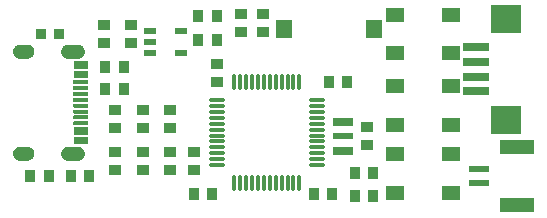
<source format=gtp>
8ebc24da6004435dabba0e82d969f979G04 Layer: TopLayer*
G04 EasyEDA v6.5.9, 2022-08-01 21:18:00*
G04 ac5e******************************************aa,10*
G04 Gerber Generator version 0.2*
G04 Scale: 100 percent, Rotated: No, Reflected: No *
G04 Dimensions in millimeters *
G04 leading zeros omitted , absolute positions ,4 integer and 5 decimal *
G04*
G04 #@! TF.GenerationSoftware,Altium Limited,Altium Designer,20.2.6 (244)*
G04*
G04 Layer_Color=8421504*
%FSLAX25Y25*%
%MOIN*%
G70*
G04*
G04 #@! TF.SameCoordinates,744AB118-50EF-4DE2-90F7-856F24CC491D*
G04*
G04*
G04 #@! TF.FilePolarity,Positive*
G04*
G01*
G75*
%ADD16R,0.03661X0.03858*%
%ADD17R,0.06690X0.02560*%
%ADD18R,0.06690X0.01970*%
%ADD19R,0.06299X0.04724*%
%ADD20R,0.03858X0.03661*%
%ADD21R,0.09840X0.09250*%
%ADD22R,0.08660X0.03150*%
%ADD23O,0.05906X0.01063*%
%ADD24O,0.01063X0.05906*%
%ADD25R,0.05118X0.01181*%
%ADD26R,0.03175X0.03402*%
%ADD27R,0.06690X0.02360*%
%ADD28R,0.11420X0.05120*%
%ADD29R,0.05512X0.05906*%
%ADD30R,0.03937X0.02362*%
G36*
X370747Y302893D02*
X365668D01*
Y304074D01*
X370747D01*
Y302893D01*
D02*
G37*
G36*
Y300925D02*
X365668D01*
Y302106D01*
X370747D01*
Y300925D01*
D02*
G37*
G36*
Y298956D02*
X365668D01*
Y300137D01*
X370747D01*
Y298956D01*
D02*
G37*
G36*
X370747Y296989D02*
X365668D01*
Y298170D01*
X370747D01*
Y296989D01*
D02*
G37*
G36*
X370747Y295019D02*
X365668D01*
Y296200D01*
X370747D01*
Y295019D01*
D02*
G37*
G36*
X370549Y292066D02*
X365864D01*
Y294035D01*
X370549D01*
Y292066D01*
D02*
G37*
G36*
X370550Y288916D02*
X365865D01*
Y290885D01*
X370550D01*
Y288916D01*
D02*
G37*
G36*
X367341Y287851D02*
X367459Y287842D01*
X367576Y287828D01*
X367692Y287807D01*
X367807Y287781D01*
X367920Y287749D01*
X368032Y287712D01*
X368141Y287669D01*
X368249Y287620D01*
X368354Y287566D01*
X368456Y287508D01*
X368554Y287444D01*
X368650Y287375D01*
X368742Y287302D01*
X368830Y287224D01*
X368915Y287141D01*
X368995Y287055D01*
X369071Y286965D01*
X369142Y286871D01*
X369208Y286774D01*
X369269Y286673D01*
X369326Y286570D01*
X369377Y286463D01*
X369423Y286355D01*
X369463Y286244D01*
X369498Y286132D01*
X369527Y286018D01*
X369550Y285902D01*
X369568Y285786D01*
X369579Y285668D01*
X369585Y285551D01*
Y285433D01*
X369579Y285315D01*
X369568Y285198D01*
X369550Y285082D01*
X369527Y284966D01*
X369498Y284852D01*
X369463Y284740D01*
X369423Y284629D01*
X369377Y284521D01*
X369326Y284414D01*
X369269Y284311D01*
X369208Y284210D01*
X369142Y284113D01*
X369071Y284019D01*
X368995Y283929D01*
X368915Y283843D01*
X368830Y283760D01*
X368742Y283682D01*
X368650Y283609D01*
X368554Y283540D01*
X368456Y283476D01*
X368354Y283418D01*
X368249Y283364D01*
X368141Y283315D01*
X368032Y283272D01*
X367920Y283235D01*
X367807Y283203D01*
X367692Y283177D01*
X367576Y283156D01*
X367459Y283141D01*
X367341Y283133D01*
X367224Y283130D01*
X364074D01*
X363956Y283133D01*
X363839Y283141D01*
X363722Y283156D01*
X363606Y283177D01*
X363491Y283203D01*
X363378Y283235D01*
X363266Y283272D01*
X363157Y283315D01*
X363049Y283364D01*
X362945Y283418D01*
X362842Y283476D01*
X362743Y283540D01*
X362648Y283609D01*
X362556Y283682D01*
X362468Y283760D01*
X362383Y283843D01*
X362303Y283929D01*
X362227Y284019D01*
X362156Y284113D01*
X362090Y284210D01*
X362029Y284311D01*
X361972Y284414D01*
X361921Y284521D01*
X361875Y284629D01*
X361835Y284740D01*
X361800Y284852D01*
X361771Y284966D01*
X361748Y285082D01*
X361730Y285198D01*
X361719Y285315D01*
X361713Y285433D01*
Y285551D01*
X361719Y285668D01*
X361730Y285786D01*
X361748Y285902D01*
X361771Y286018D01*
X361800Y286132D01*
X361835Y286244D01*
X361875Y286355D01*
X361921Y286463D01*
X361972Y286570D01*
X362029Y286673D01*
X362090Y286774D01*
X362156Y286871D01*
X362227Y286965D01*
X362303Y287055D01*
X362383Y287141D01*
X362468Y287224D01*
X362556Y287302D01*
X362648Y287375D01*
X362743Y287444D01*
X362842Y287508D01*
X362945Y287566D01*
X363049Y287620D01*
X363157Y287669D01*
X363266Y287712D01*
X363378Y287749D01*
X363491Y287781D01*
X363606Y287807D01*
X363722Y287828D01*
X363839Y287842D01*
X363956Y287851D01*
X364074Y287854D01*
X367224D01*
X367341Y287851D01*
D02*
G37*
G36*
X350491D02*
X350608Y287842D01*
X350725Y287828D01*
X350841Y287807D01*
X350956Y287781D01*
X351069Y287749D01*
X351181Y287712D01*
X351291Y287669D01*
X351398Y287620D01*
X351503Y287566D01*
X351605Y287508D01*
X351704Y287444D01*
X351799Y287375D01*
X351891Y287302D01*
X351980Y287224D01*
X352064Y287141D01*
X352144Y287055D01*
X352220Y286965D01*
X352291Y286871D01*
X352357Y286774D01*
X352419Y286673D01*
X352475Y286570D01*
X352526Y286463D01*
X352572Y286355D01*
X352612Y286244D01*
X352647Y286132D01*
X352676Y286018D01*
X352699Y285902D01*
X352717Y285786D01*
X352729Y285668D01*
X352735Y285551D01*
Y285433D01*
X352729Y285315D01*
X352717Y285198D01*
X352699Y285082D01*
X352676Y284966D01*
X352647Y284852D01*
X352612Y284740D01*
X352572Y284629D01*
X352526Y284521D01*
X352475Y284414D01*
X352419Y284311D01*
X352357Y284210D01*
X352291Y284113D01*
X352220Y284019D01*
X352144Y283929D01*
X352064Y283843D01*
X351980Y283760D01*
X351891Y283682D01*
X351799Y283609D01*
X351704Y283540D01*
X351605Y283476D01*
X351503Y283418D01*
X351398Y283364D01*
X351291Y283315D01*
X351181Y283272D01*
X351069Y283235D01*
X350956Y283203D01*
X350841Y283177D01*
X350725Y283156D01*
X350608Y283141D01*
X350491Y283133D01*
X350373Y283130D01*
X348011D01*
X347893Y283133D01*
X347776Y283141D01*
X347659Y283156D01*
X347543Y283177D01*
X347428Y283203D01*
X347315Y283235D01*
X347203Y283272D01*
X347093Y283315D01*
X346986Y283364D01*
X346881Y283418D01*
X346779Y283476D01*
X346680Y283540D01*
X346585Y283609D01*
X346493Y283682D01*
X346404Y283760D01*
X346320Y283843D01*
X346240Y283929D01*
X346164Y284019D01*
X346093Y284113D01*
X346027Y284210D01*
X345965Y284311D01*
X345909Y284414D01*
X345858Y284521D01*
X345812Y284629D01*
X345772Y284740D01*
X345737Y284852D01*
X345708Y284966D01*
X345685Y285082D01*
X345667Y285198D01*
X345655Y285315D01*
X345649Y285433D01*
Y285551D01*
X345655Y285668D01*
X345667Y285786D01*
X345685Y285902D01*
X345708Y286018D01*
X345737Y286132D01*
X345772Y286244D01*
X345812Y286355D01*
X345858Y286463D01*
X345909Y286570D01*
X345965Y286673D01*
X346027Y286774D01*
X346093Y286871D01*
X346164Y286965D01*
X346240Y287055D01*
X346320Y287141D01*
X346404Y287224D01*
X346493Y287302D01*
X346585Y287375D01*
X346680Y287444D01*
X346779Y287508D01*
X346881Y287566D01*
X346986Y287620D01*
X347093Y287669D01*
X347203Y287712D01*
X347315Y287749D01*
X347428Y287781D01*
X347543Y287807D01*
X347659Y287828D01*
X347776Y287842D01*
X347893Y287851D01*
X348011Y287854D01*
X350373D01*
X350491Y287851D01*
D02*
G37*
G36*
X362587Y326949D02*
Y324051D01*
X362335Y323799D01*
X360354D01*
X359274Y324956D01*
Y326044D01*
X360354Y327201D01*
X362335D01*
X362587Y326949D01*
D02*
G37*
G36*
X356794Y326044D02*
Y324956D01*
X355714Y323799D01*
X353733D01*
X353481Y324051D01*
Y326949D01*
X353733Y327201D01*
X355714D01*
X356794Y326044D01*
D02*
G37*
G36*
X367341Y321867D02*
X367459Y321859D01*
X367576Y321844D01*
X367692Y321823D01*
X367807Y321797D01*
X367920Y321765D01*
X368032Y321728D01*
X368141Y321685D01*
X368249Y321636D01*
X368354Y321583D01*
X368456Y321524D01*
X368554Y321460D01*
X368650Y321391D01*
X368742Y321318D01*
X368830Y321240D01*
X368915Y321157D01*
X368995Y321071D01*
X369071Y320981D01*
X369142Y320887D01*
X369208Y320790D01*
X369269Y320689D01*
X369326Y320586D01*
X369377Y320479D01*
X369423Y320371D01*
X369463Y320260D01*
X369498Y320148D01*
X369527Y320034D01*
X369550Y319918D01*
X369568Y319802D01*
X369579Y319685D01*
X369585Y319567D01*
Y319449D01*
X369579Y319332D01*
X369568Y319214D01*
X369550Y319098D01*
X369527Y318982D01*
X369498Y318868D01*
X369463Y318756D01*
X369423Y318645D01*
X369377Y318536D01*
X369326Y318430D01*
X369269Y318327D01*
X369208Y318226D01*
X369142Y318129D01*
X369071Y318035D01*
X368995Y317945D01*
X368915Y317859D01*
X368830Y317776D01*
X368742Y317698D01*
X368650Y317625D01*
X368554Y317556D01*
X368456Y317492D01*
X368354Y317434D01*
X368249Y317380D01*
X368141Y317331D01*
X368032Y317288D01*
X367920Y317251D01*
X367807Y317219D01*
X367692Y317193D01*
X367576Y317172D01*
X367459Y317158D01*
X367341Y317149D01*
X367224Y317146D01*
X364074D01*
X363956Y317149D01*
X363839Y317158D01*
X363722Y317172D01*
X363606Y317193D01*
X363491Y317219D01*
X363378Y317251D01*
X363266Y317288D01*
X363157Y317331D01*
X363049Y317380D01*
X362945Y317434D01*
X362842Y317492D01*
X362743Y317556D01*
X362648Y317625D01*
X362556Y317698D01*
X362468Y317776D01*
X362383Y317859D01*
X362303Y317945D01*
X362227Y318035D01*
X362156Y318129D01*
X362090Y318226D01*
X362029Y318327D01*
X361972Y318430D01*
X361921Y318536D01*
X361875Y318645D01*
X361835Y318756D01*
X361800Y318868D01*
X361771Y318982D01*
X361748Y319098D01*
X361730Y319214D01*
X361719Y319332D01*
X361713Y319449D01*
Y319567D01*
X361719Y319685D01*
X361730Y319802D01*
X361748Y319918D01*
X361771Y320034D01*
X361800Y320148D01*
X361835Y320260D01*
X361875Y320371D01*
X361921Y320479D01*
X361972Y320586D01*
X362029Y320689D01*
X362090Y320790D01*
X362156Y320887D01*
X362227Y320981D01*
X362303Y321071D01*
X362383Y321157D01*
X362468Y321240D01*
X362556Y321318D01*
X362648Y321391D01*
X362743Y321460D01*
X362842Y321524D01*
X362945Y321583D01*
X363049Y321636D01*
X363157Y321685D01*
X363266Y321728D01*
X363378Y321765D01*
X363491Y321797D01*
X363606Y321823D01*
X363722Y321844D01*
X363839Y321859D01*
X363956Y321867D01*
X364074Y321870D01*
X367224D01*
X367341Y321867D01*
D02*
G37*
G36*
X350491D02*
X350608Y321859D01*
X350725Y321844D01*
X350841Y321823D01*
X350956Y321797D01*
X351069Y321765D01*
X351181Y321728D01*
X351291Y321685D01*
X351398Y321636D01*
X351503Y321583D01*
X351605Y321524D01*
X351704Y321460D01*
X351799Y321391D01*
X351891Y321318D01*
X351980Y321240D01*
X352064Y321157D01*
X352144Y321071D01*
X352220Y320981D01*
X352291Y320887D01*
X352357Y320790D01*
X352419Y320689D01*
X352475Y320586D01*
X352526Y320479D01*
X352572Y320371D01*
X352612Y320260D01*
X352647Y320148D01*
X352676Y320034D01*
X352699Y319918D01*
X352717Y319802D01*
X352729Y319685D01*
X352735Y319567D01*
Y319449D01*
X352729Y319332D01*
X352717Y319214D01*
X352699Y319098D01*
X352676Y318982D01*
X352647Y318868D01*
X352612Y318756D01*
X352572Y318645D01*
X352526Y318536D01*
X352475Y318430D01*
X352419Y318327D01*
X352357Y318226D01*
X352291Y318129D01*
X352220Y318035D01*
X352144Y317945D01*
X352064Y317859D01*
X351980Y317776D01*
X351891Y317698D01*
X351799Y317625D01*
X351704Y317556D01*
X351605Y317492D01*
X351503Y317434D01*
X351398Y317380D01*
X351291Y317331D01*
X351181Y317288D01*
X351069Y317251D01*
X350956Y317219D01*
X350841Y317193D01*
X350725Y317172D01*
X350608Y317158D01*
X350491Y317149D01*
X350373Y317146D01*
X348011D01*
X347893Y317149D01*
X347776Y317158D01*
X347659Y317172D01*
X347543Y317193D01*
X347428Y317219D01*
X347315Y317251D01*
X347203Y317288D01*
X347093Y317331D01*
X346986Y317380D01*
X346881Y317434D01*
X346779Y317492D01*
X346680Y317556D01*
X346585Y317625D01*
X346493Y317698D01*
X346404Y317776D01*
X346320Y317859D01*
X346240Y317945D01*
X346164Y318035D01*
X346093Y318129D01*
X346027Y318226D01*
X345965Y318327D01*
X345909Y318430D01*
X345858Y318536D01*
X345812Y318645D01*
X345772Y318756D01*
X345737Y318868D01*
X345708Y318982D01*
X345685Y319098D01*
X345667Y319214D01*
X345655Y319332D01*
X345649Y319449D01*
Y319567D01*
X345655Y319685D01*
X345667Y319802D01*
X345685Y319918D01*
X345708Y320034D01*
X345737Y320148D01*
X345772Y320260D01*
X345812Y320371D01*
X345858Y320479D01*
X345909Y320586D01*
X345965Y320689D01*
X346027Y320790D01*
X346093Y320887D01*
X346164Y320981D01*
X346240Y321071D01*
X346320Y321157D01*
X346404Y321240D01*
X346493Y321318D01*
X346585Y321391D01*
X346680Y321460D01*
X346779Y321524D01*
X346881Y321583D01*
X346986Y321636D01*
X347093Y321685D01*
X347203Y321728D01*
X347315Y321765D01*
X347428Y321797D01*
X347543Y321823D01*
X347659Y321844D01*
X347776Y321859D01*
X347893Y321867D01*
X348011Y321870D01*
X350373D01*
X350491Y321867D01*
D02*
G37*
G36*
X370550Y314114D02*
X365865D01*
Y316083D01*
X370550D01*
Y314114D01*
D02*
G37*
G36*
X370550Y310964D02*
X365865D01*
Y312933D01*
X370550D01*
Y310964D01*
D02*
G37*
G36*
X370747Y308799D02*
X365668D01*
Y309980D01*
X370747D01*
Y308799D01*
D02*
G37*
G36*
Y306830D02*
X365668D01*
Y308011D01*
X370747D01*
Y306830D01*
D02*
G37*
G36*
Y304862D02*
X365668D01*
Y306043D01*
X370747D01*
Y304862D01*
D02*
G37*
D16*
X364937Y278000D02*
D03*
X371000D02*
D03*
X357500D02*
D03*
X351437D02*
D03*
X465563Y279000D02*
D03*
X459500D02*
D03*
X465563Y271500D02*
D03*
X459500D02*
D03*
X412063Y272000D02*
D03*
X406000D02*
D03*
X452063D02*
D03*
X446000D02*
D03*
X457000Y309500D02*
D03*
X450937D02*
D03*
X413500Y323500D02*
D03*
X407437D02*
D03*
X413500Y331500D02*
D03*
X407437D02*
D03*
X376437Y307000D02*
D03*
X382500D02*
D03*
X376437Y314500D02*
D03*
X382500D02*
D03*
D17*
X455500Y296000D02*
D03*
Y286560D02*
D03*
D18*
Y291280D02*
D03*
D19*
X491552Y308196D02*
D03*
Y295203D02*
D03*
X473048D02*
D03*
Y308196D02*
D03*
X491562Y285352D02*
D03*
Y272359D02*
D03*
X473058D02*
D03*
Y285352D02*
D03*
X491552Y331896D02*
D03*
Y318903D02*
D03*
X473048D02*
D03*
Y331896D02*
D03*
D20*
X463500Y288437D02*
D03*
Y294500D02*
D03*
X379500Y300000D02*
D03*
Y293937D02*
D03*
X389000Y300063D02*
D03*
Y294000D02*
D03*
X398000Y300063D02*
D03*
Y294000D02*
D03*
X421500Y326000D02*
D03*
Y332063D02*
D03*
X429000Y325937D02*
D03*
Y332000D02*
D03*
X413500Y315500D02*
D03*
Y309437D02*
D03*
X406000Y286063D02*
D03*
Y280000D02*
D03*
X385000Y322437D02*
D03*
Y328500D02*
D03*
X376000Y322437D02*
D03*
Y328500D02*
D03*
X398000Y280000D02*
D03*
Y286063D02*
D03*
X389000Y280000D02*
D03*
Y286063D02*
D03*
X379500Y280000D02*
D03*
Y286063D02*
D03*
D21*
X510100Y296900D02*
D03*
Y330400D02*
D03*
D22*
X499860Y321030D02*
D03*
Y316110D02*
D03*
Y311190D02*
D03*
Y306270D02*
D03*
D23*
X447000Y281720D02*
D03*
Y283689D02*
D03*
Y285657D02*
D03*
Y287626D02*
D03*
Y289594D02*
D03*
Y291563D02*
D03*
Y293531D02*
D03*
Y295500D02*
D03*
Y297468D02*
D03*
Y299437D02*
D03*
Y301405D02*
D03*
Y303374D02*
D03*
X413536D02*
D03*
Y301405D02*
D03*
Y299437D02*
D03*
Y297468D02*
D03*
Y295500D02*
D03*
Y293531D02*
D03*
Y291563D02*
D03*
Y289594D02*
D03*
Y287626D02*
D03*
Y285657D02*
D03*
Y283689D02*
D03*
Y281720D02*
D03*
D24*
X441095Y309279D02*
D03*
X439126D02*
D03*
X437158D02*
D03*
X435189D02*
D03*
X433221D02*
D03*
X431252D02*
D03*
X429284D02*
D03*
X427315D02*
D03*
X425347D02*
D03*
X423378D02*
D03*
X421410D02*
D03*
X419441D02*
D03*
Y275815D02*
D03*
X421410D02*
D03*
X423378D02*
D03*
X425347D02*
D03*
X427315D02*
D03*
X429284D02*
D03*
X431252D02*
D03*
X433221D02*
D03*
X435189D02*
D03*
X437158D02*
D03*
X439126D02*
D03*
X441095D02*
D03*
D25*
X368208Y315689D02*
D03*
Y314508D02*
D03*
Y312539D02*
D03*
Y311358D02*
D03*
Y309390D02*
D03*
Y307421D02*
D03*
Y305453D02*
D03*
Y303484D02*
D03*
Y301516D02*
D03*
Y299547D02*
D03*
Y295610D02*
D03*
X368207Y293642D02*
D03*
Y292460D02*
D03*
X368208Y290492D02*
D03*
Y289311D02*
D03*
Y297580D02*
D03*
D26*
X355068Y325500D02*
D03*
X361000D02*
D03*
D27*
X501000Y275640D02*
D03*
Y280560D02*
D03*
D28*
X513600Y287840D02*
D03*
Y268360D02*
D03*
D29*
X436040Y327000D02*
D03*
X465960D02*
D03*
D30*
X391263Y326500D02*
D03*
Y322760D02*
D03*
Y319020D02*
D03*
X401500D02*
D03*
Y326500D02*
D03*
M02*

</source>
